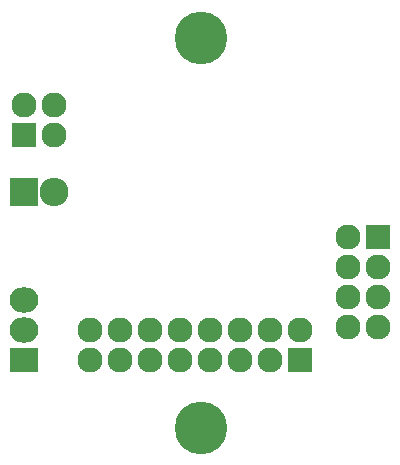
<source format=gbs>
G04 #@! TF.FileFunction,Soldermask,Bot*
%FSLAX46Y46*%
G04 Gerber Fmt 4.6, Leading zero omitted, Abs format (unit mm)*
G04 Created by KiCad (PCBNEW 4.0.2-stable) date Friday, July 29, 2016 'PMt' 06:45:01 PM*
%MOMM*%
G01*
G04 APERTURE LIST*
%ADD10C,0.100000*%
%ADD11R,2.432000X2.127200*%
%ADD12O,2.432000X2.127200*%
%ADD13R,2.127200X2.127200*%
%ADD14O,2.127200X2.127200*%
%ADD15C,4.464000*%
%ADD16R,2.432000X2.432000*%
%ADD17O,2.432000X2.432000*%
G04 APERTURE END LIST*
D10*
D11*
X72898000Y-57150000D03*
D12*
X72898000Y-54610000D03*
X72898000Y-52070000D03*
D13*
X96266000Y-57150000D03*
D14*
X96266000Y-54610000D03*
X93726000Y-57150000D03*
X93726000Y-54610000D03*
X91186000Y-57150000D03*
X91186000Y-54610000D03*
X88646000Y-57150000D03*
X88646000Y-54610000D03*
X86106000Y-57150000D03*
X86106000Y-54610000D03*
X83566000Y-57150000D03*
X83566000Y-54610000D03*
X81026000Y-57150000D03*
X81026000Y-54610000D03*
X78486000Y-57150000D03*
X78486000Y-54610000D03*
D13*
X72898000Y-38100000D03*
D14*
X75438000Y-38100000D03*
X72898000Y-35560000D03*
X75438000Y-35560000D03*
D13*
X102870000Y-46736000D03*
D14*
X100330000Y-46736000D03*
X102870000Y-49276000D03*
X100330000Y-49276000D03*
X102870000Y-51816000D03*
X100330000Y-51816000D03*
X102870000Y-54356000D03*
X100330000Y-54356000D03*
D15*
X87884000Y-29845000D03*
X87884000Y-62865000D03*
D16*
X72898000Y-42926000D03*
D17*
X75438000Y-42926000D03*
M02*

</source>
